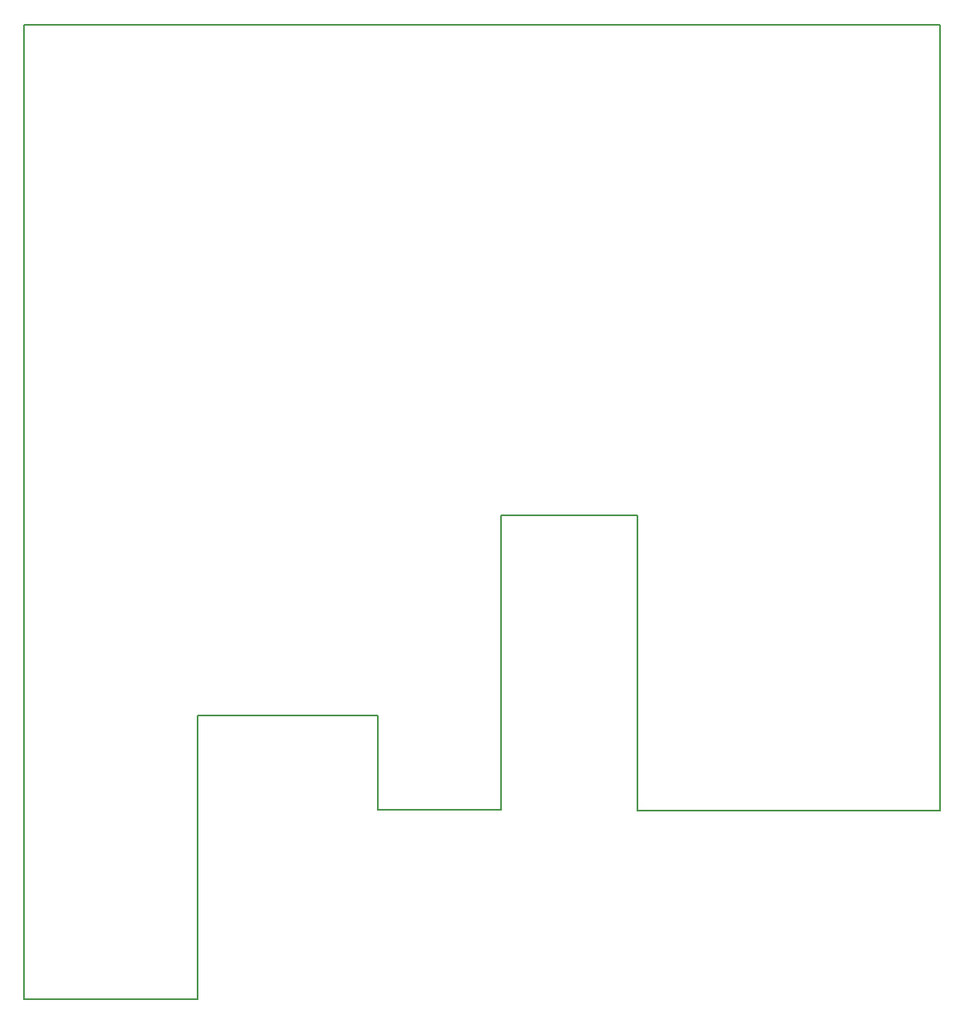
<source format=gm1>
G04 #@! TF.FileFunction,Profile,NP*
%FSLAX46Y46*%
G04 Gerber Fmt 4.6, Leading zero omitted, Abs format (unit mm)*
G04 Created by KiCad (PCBNEW 4.0.5+dfsg1-4) date Tue Nov 20 18:09:02 2018*
%MOMM*%
%LPD*%
G01*
G04 APERTURE LIST*
%ADD10C,0.100000*%
%ADD11C,0.150000*%
G04 APERTURE END LIST*
D10*
D11*
X104140000Y-146685000D02*
X86360000Y-146685000D01*
X104140000Y-117665500D02*
X104140000Y-146685000D01*
X122618500Y-117665500D02*
X104140000Y-117665500D01*
X122618500Y-127317500D02*
X122618500Y-117665500D01*
X135255000Y-127317500D02*
X122618500Y-127317500D01*
X135255000Y-97218500D02*
X135255000Y-127317500D01*
X149225000Y-97218500D02*
X135255000Y-97218500D01*
X149225000Y-127444500D02*
X149225000Y-97218500D01*
X180213000Y-127444500D02*
X149225000Y-127444500D01*
X180213000Y-46990000D02*
X180213000Y-127444500D01*
X179705000Y-46990000D02*
X180213000Y-46990000D01*
X179705000Y-46990000D02*
X86360000Y-46990000D01*
X86360000Y-146685000D02*
X86360000Y-46990000D01*
M02*

</source>
